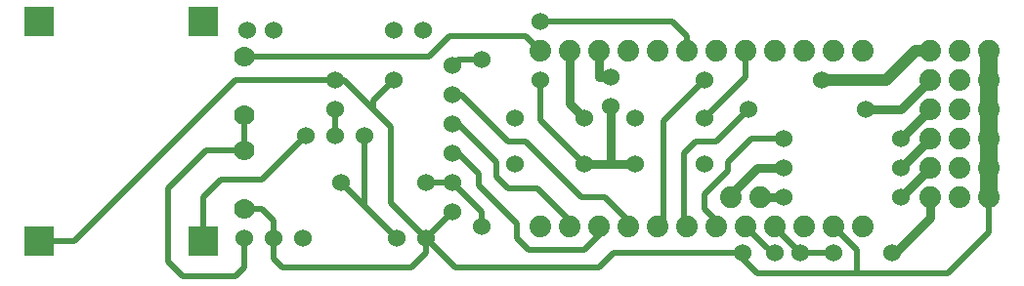
<source format=gtl>
G04 ---------------------------- Layer name :TOP LAYER*
G04 EasyEDA v5.7.26, Mon, 01 Oct 2018 13:32:53 GMT*
G04 edaa9a1a6b454e79be5b24898f8a718c*
G04 Gerber Generator version 0.2*
G04 Scale: 100 percent, Rotated: No, Reflected: No *
G04 Dimensions in millimeters *
G04 leading zeros omitted , absolute positions ,3 integer and 3 decimal *
%FSLAX33Y33*%
%MOMM*%
G90*
G71D02*

%ADD10C,0.499999*%
%ADD11C,0.799998*%
%ADD12C,0.999998*%
%ADD13C,1.499997*%
%ADD14C,1.880006*%
%ADD15C,1.524000*%
%ADD16C,1.778000*%
%ADD17C,1.879600*%
%ADD18R,2.540000X2.540000*%

%LPD*%
G54D11*
G01X79756Y7874D02*
G01X79756Y6096D01*
G01X76708Y3048D01*
G01X76454Y3048D01*
G01X79756Y10414D02*
G01X77216Y7874D01*
G01X79756Y12954D02*
G01X77216Y10414D01*
G01X79756Y15494D02*
G01X77216Y12954D01*
G54D12*
G01X79756Y20574D02*
G01X78486Y20574D01*
G01X75946Y18034D01*
G01X70358Y18034D01*
G54D13*
G01X84836Y20574D02*
G01X84836Y18034D01*
G01X84836Y18034D02*
G01X84836Y15494D01*
G01X84836Y15494D02*
G01X84836Y12954D01*
G01X84836Y12954D02*
G01X84836Y10414D01*
G01X84836Y7874D02*
G01X84836Y10414D01*
G54D10*
G01X63754Y5334D02*
G01X65532Y3556D01*
G01X66294Y3048D01*
G54D11*
G01X65024Y7874D02*
G01X67056Y7874D01*
G01X79756Y18034D02*
G01X77216Y15494D01*
G01X74168Y15494D01*
G01X62484Y7874D02*
G01X62357Y8001D01*
G01X64770Y10414D01*
G01X67056Y10414D01*
G54D10*
G01X67056Y12954D02*
G01X64262Y12954D01*
G01X62230Y10922D01*
G01X62230Y10160D01*
G01X60198Y8128D01*
G01X60198Y6858D01*
G01X61468Y5588D01*
G01X61214Y5334D01*
G01X64008Y15494D02*
G01X61214Y12700D01*
G01X59436Y12700D01*
G01X58420Y11684D01*
G01X58420Y5334D01*
G01X58674Y5334D01*
G01X60198Y18034D02*
G01X56642Y14478D01*
G01X56642Y5842D01*
G01X56134Y5334D01*
G01X60198Y14732D02*
G01X63754Y18288D01*
G01X63754Y20574D01*
G54D11*
G01X49784Y14732D02*
G01X48514Y16002D01*
G01X48514Y20574D01*
G01X52070Y18288D02*
G01X51054Y18288D01*
G01X51054Y20574D01*
G01X54198Y10731D02*
G01X49784Y10731D01*
G01X52070Y15748D02*
G01X52070Y10815D01*
G01X52011Y10731D01*
G54D10*
G01X38354Y11684D02*
G01X38862Y11684D01*
G01X40640Y9906D01*
G01X40640Y8890D01*
G01X43942Y5588D01*
G01X43942Y4318D01*
G01X44958Y3302D01*
G01X49784Y3302D01*
G01X51435Y4953D01*
G01X51054Y5334D01*
G01X38354Y14224D02*
G01X38862Y14224D01*
G01X42164Y10922D01*
G01X42164Y9652D01*
G01X43180Y8636D01*
G01X45720Y8636D01*
G01X48514Y5842D01*
G01X48514Y5334D01*
G01X38354Y16764D02*
G01X39116Y16764D01*
G01X43180Y12700D01*
G01X44704Y12700D01*
G01X49530Y7874D01*
G01X51562Y7874D01*
G01X53848Y5588D01*
G01X53594Y5334D01*
G01X16764Y4064D02*
G01X16764Y7874D01*
G01X18288Y9398D01*
G01X21844Y9398D01*
G01X25654Y13208D01*
G01X30734Y13208D02*
G01X30734Y7112D01*
G01X33528Y4318D01*
G01X20320Y6858D02*
G01X21844Y6858D01*
G01X22860Y5842D01*
G01X22860Y4318D01*
G01X20320Y11938D02*
G01X17018Y11938D01*
G01X13716Y8636D01*
G01X13716Y2286D01*
G01X14986Y1016D01*
G01X19558Y1016D01*
G01X20320Y1778D01*
G01X20320Y4318D01*
G01X20320Y11938D02*
G01X20320Y14986D01*
G01X20320Y20066D02*
G01X36322Y20066D01*
G01X38100Y21844D01*
G01X44704Y21844D01*
G01X45974Y20574D01*
G01X2540Y4064D02*
G01X5588Y4064D01*
G01X19558Y18034D01*
G01X28956Y18034D01*
G01X33020Y13970D01*
G01X33020Y7366D01*
G01X36068Y4318D01*
G01X38354Y6604D02*
G01X36068Y4318D01*
G01X22860Y4318D02*
G01X22860Y2540D01*
G01X23622Y1778D01*
G01X34798Y1778D01*
G01X36068Y3048D01*
G01X36068Y4318D01*
G01X36068Y9144D02*
G01X38354Y9144D01*
G01X63500Y3048D02*
G01X52324Y3048D01*
G01X51054Y1778D01*
G01X38608Y1778D01*
G01X36068Y4318D01*
G01X40894Y5334D02*
G01X40894Y6604D01*
G01X38354Y9144D01*
G01X45974Y18034D02*
G01X45974Y14541D01*
G01X49784Y10731D01*
G01X33274Y18034D02*
G01X31496Y16256D01*
G01X31496Y15494D01*
G01X28702Y9144D02*
G01X30734Y7112D01*
G01X68498Y3048D02*
G01X68834Y3048D01*
G01X66294Y5334D02*
G01X66294Y5252D01*
G01X68498Y3048D01*
G01X68498Y3048D02*
G01X71374Y3048D01*
G01X45974Y23114D02*
G01X57404Y23114D01*
G01X58674Y21844D01*
G01X58674Y20574D01*
G01X40894Y19812D02*
G01X38862Y19812D01*
G01X38354Y19304D01*
G01X28194Y15494D02*
G01X28194Y13208D01*
G01X63500Y3048D02*
G01X63500Y2540D01*
G01X64770Y1270D01*
G01X81280Y1270D01*
G01X84836Y4826D01*
G01X84836Y7874D01*
G01X71374Y5334D02*
G01X73406Y3302D01*
G01X73406Y1270D01*
G01X73329Y1270D01*
G54D14*
G01X65024Y7874D03*
G01X62484Y7874D03*
G54D15*
G01X30734Y13208D03*
G01X28194Y13208D03*
G01X25654Y13208D03*
G54D16*
G01X20320Y6858D03*
G01X20320Y11938D03*
G01X20320Y14986D03*
G01X20320Y20066D03*
G54D15*
G01X63500Y3048D03*
G01X68498Y3048D03*
G01X52070Y18288D03*
G01X52070Y15748D03*
G01X49784Y14732D03*
G01X43784Y14732D03*
G01X49784Y10731D03*
G01X43784Y10731D03*
G01X60198Y14732D03*
G01X54198Y14732D03*
G01X60198Y10731D03*
G01X54198Y10731D03*
G54D17*
G01X45974Y5334D03*
G01X48514Y5334D03*
G01X51054Y5334D03*
G01X53594Y5334D03*
G01X56134Y5334D03*
G01X58674Y5334D03*
G01X61214Y5334D03*
G01X63754Y5334D03*
G01X66294Y5334D03*
G01X68834Y5334D03*
G01X71374Y5334D03*
G01X73914Y5334D03*
G01X73914Y20574D03*
G01X71374Y20574D03*
G01X68834Y20574D03*
G01X66294Y20574D03*
G01X63754Y20574D03*
G01X61214Y20574D03*
G01X58674Y20574D03*
G01X56134Y20574D03*
G01X53594Y20574D03*
G01X51054Y20574D03*
G01X48514Y20574D03*
G01X45974Y20574D03*
G54D15*
G01X60198Y18034D03*
G01X70358Y18034D03*
G01X64008Y15494D03*
G01X74168Y15494D03*
G01X67056Y12954D03*
G01X77216Y12954D03*
G01X67056Y10414D03*
G01X77216Y10414D03*
G01X67056Y7874D03*
G01X77216Y7874D03*
G01X66294Y3048D03*
G01X76454Y3048D03*
G54D17*
G01X79756Y20574D03*
G01X82296Y20574D03*
G01X84836Y20574D03*
G01X79756Y18034D03*
G01X82296Y18034D03*
G01X84836Y18034D03*
G01X79756Y15494D03*
G01X82296Y15494D03*
G01X84836Y15494D03*
G01X79756Y12954D03*
G01X82296Y12954D03*
G01X84836Y12954D03*
G01X79756Y10414D03*
G01X82296Y10414D03*
G01X84836Y10414D03*
G01X79756Y7874D03*
G01X82296Y7874D03*
G01X84836Y7874D03*
G54D15*
G01X20574Y22352D03*
G01X22860Y22352D03*
G01X33274Y22352D03*
G01X35814Y22352D03*
G01X20320Y4318D03*
G01X22860Y4318D03*
G01X25400Y4318D03*
G01X33528Y4318D03*
G01X36068Y4318D03*
G54D18*
G01X2540Y4064D03*
G01X16764Y4064D03*
G01X2540Y23114D03*
G01X16764Y23114D03*
G54D15*
G01X38354Y19304D03*
G01X38354Y16764D03*
G01X38354Y14224D03*
G01X38354Y11684D03*
G01X38354Y9144D03*
G01X38354Y6604D03*
G01X28702Y9144D03*
G01X36068Y9144D03*
G01X40894Y5334D03*
G01X45974Y18034D03*
G01X33274Y18034D03*
G01X71374Y3048D03*
G01X45974Y23114D03*
G01X40894Y19812D03*
G01X28194Y18034D03*
G01X28194Y15494D03*
M00*
M02*

</source>
